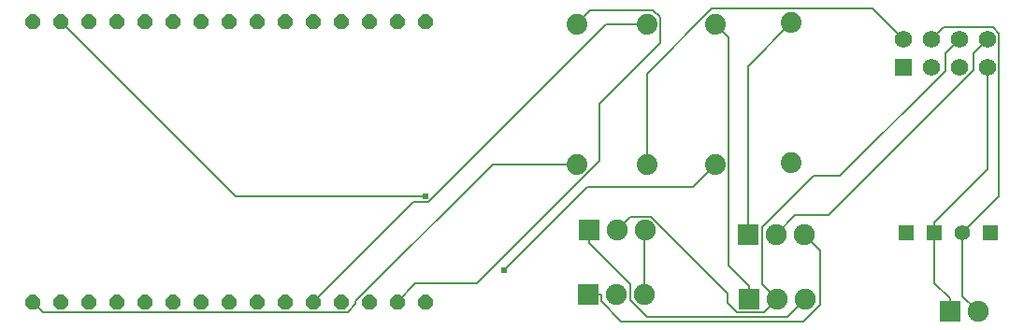
<source format=gbl>
G04 Layer: BottomLayer*
G04 EasyEDA v6.1.41, Thu, 16 May 2019 00:08:59 GMT*
G04 b21515e386d141b59637374f5c53cbe5,dfa15b47affc40b8846523cd8aea0214,10*
G04 Gerber Generator version 0.2*
G04 Scale: 100 percent, Rotated: No, Reflected: No *
G04 Dimensions in millimeters *
G04 leading zeros omitted , absolute positions ,3 integer and 3 decimal *
%FSLAX33Y33*%
%MOMM*%
G90*
G71D02*

%ADD11C,0.159995*%
%ADD12C,0.610006*%
%ADD13R,1.899996X1.899996*%
%ADD14C,1.899996*%
%ADD15R,1.905000X1.905000*%
%ADD16C,1.905000*%
%ADD17R,1.574800X1.574800*%
%ADD18C,1.574800*%
%ADD19C,1.879600*%
%ADD20R,1.399540X1.399540*%
%ADD21C,1.399540*%

%LPD*%
G54D11*
G01X46268Y13744D02*
G01X29039Y13744D01*
G01X13225Y29555D01*
G01X66167Y10648D02*
G01X66040Y10521D01*
G01X66040Y4806D01*
G01X92075Y27920D02*
G01X93167Y29012D01*
G01X97670Y29012D01*
G01X98186Y28494D01*
G01X98186Y13711D01*
G01X94869Y10394D01*
G01X94869Y10394D02*
G01X94869Y4679D01*
G01X96266Y3282D01*
G01X92329Y11336D02*
G01X97155Y16162D01*
G01X97155Y25380D01*
G01X92329Y10394D02*
G01X92329Y11336D01*
G01X93726Y3282D02*
G01X93726Y4473D01*
G01X92329Y10394D02*
G01X92329Y5870D01*
G01X93726Y4473D01*
G01X59944Y29317D02*
G01X61196Y30569D01*
G01X66873Y30569D01*
G01X67477Y29964D01*
G01X67477Y27589D01*
G01X62034Y22149D01*
G01X62034Y16919D01*
G01X50934Y5819D01*
G01X45366Y5819D01*
G01X43705Y4155D01*
G01X66294Y29317D02*
G01X62616Y29317D01*
G01X46494Y13195D01*
G01X45125Y13195D01*
G01X36085Y4155D01*
G01X53370Y7036D02*
G01X60881Y14549D01*
G01X70449Y14549D01*
G01X72517Y16617D01*
G01X59944Y16617D02*
G01X52334Y16617D01*
G01X39954Y4237D01*
G01X39954Y3962D01*
G01X39230Y3238D01*
G01X11605Y3238D01*
G01X10685Y4155D01*
G01X66294Y16617D02*
G01X66294Y24831D01*
G01X72194Y30731D01*
G01X86723Y30731D01*
G01X89535Y27920D01*
G01X79375Y29444D02*
G01X75438Y25507D01*
G01X75438Y10267D01*
G01X97155Y27920D02*
G01X95885Y26650D01*
G01X95885Y25141D01*
G01X82778Y12032D01*
G01X79743Y12032D01*
G01X77978Y10267D01*
G01X60960Y4806D02*
G01X62153Y4806D01*
G01X62153Y4806D02*
G01X62153Y4209D01*
G01X63949Y2413D01*
G01X80439Y2413D01*
G01X81950Y3924D01*
G01X81950Y8834D01*
G01X80518Y10267D01*
G01X94615Y27920D02*
G01X93345Y26650D01*
G01X93345Y25105D01*
G01X83799Y15560D01*
G01X81404Y15560D01*
G01X76761Y10917D01*
G01X76761Y5768D01*
G01X78105Y4425D01*
G01X63627Y10648D02*
G01X64841Y11862D01*
G01X66641Y11862D01*
G01X73601Y4902D01*
G01X73601Y4066D01*
G01X74437Y3228D01*
G01X76911Y3228D01*
G01X78105Y4425D01*
G01X75565Y4425D02*
G01X75565Y5618D01*
G01X72517Y29317D02*
G01X73700Y28133D01*
G01X73700Y7485D01*
G01X75565Y5618D01*
G01X61087Y10648D02*
G01X61087Y9454D01*
G01X61087Y9454D02*
G01X64770Y5768D01*
G01X64770Y4364D01*
G01X66319Y2814D01*
G01X79034Y2814D01*
G01X80645Y4425D01*
G36*
G01X46518Y28899D02*
G01X46903Y29284D01*
G01X46903Y29829D01*
G01X46518Y30214D01*
G01X45973Y30214D01*
G01X45588Y29829D01*
G01X45588Y29284D01*
G01X45973Y28899D01*
G01X46518Y28899D01*
G37*
G36*
G01X43978Y28899D02*
G01X44363Y29284D01*
G01X44363Y29829D01*
G01X43978Y30214D01*
G01X43433Y30214D01*
G01X43048Y29829D01*
G01X43048Y29284D01*
G01X43433Y28899D01*
G01X43978Y28899D01*
G37*
G36*
G01X41438Y28899D02*
G01X41823Y29284D01*
G01X41823Y29829D01*
G01X41438Y30214D01*
G01X40893Y30214D01*
G01X40508Y29829D01*
G01X40508Y29284D01*
G01X40893Y28899D01*
G01X41438Y28899D01*
G37*
G36*
G01X38898Y28899D02*
G01X39283Y29284D01*
G01X39283Y29829D01*
G01X38898Y30214D01*
G01X38353Y30214D01*
G01X37968Y29829D01*
G01X37968Y29284D01*
G01X38353Y28899D01*
G01X38898Y28899D01*
G37*
G36*
G01X36358Y28899D02*
G01X36743Y29284D01*
G01X36743Y29829D01*
G01X36358Y30214D01*
G01X35813Y30214D01*
G01X35428Y29829D01*
G01X35428Y29284D01*
G01X35813Y28899D01*
G01X36358Y28899D01*
G37*
G36*
G01X33818Y28899D02*
G01X34203Y29284D01*
G01X34203Y29829D01*
G01X33818Y30214D01*
G01X33273Y30214D01*
G01X32888Y29829D01*
G01X32888Y29284D01*
G01X33273Y28899D01*
G01X33818Y28899D01*
G37*
G36*
G01X31278Y28899D02*
G01X31663Y29284D01*
G01X31663Y29829D01*
G01X31278Y30214D01*
G01X30733Y30214D01*
G01X30348Y29829D01*
G01X30348Y29284D01*
G01X30733Y28899D01*
G01X31278Y28899D01*
G37*
G36*
G01X28738Y28899D02*
G01X29123Y29284D01*
G01X29123Y29829D01*
G01X28738Y30214D01*
G01X28193Y30214D01*
G01X27808Y29829D01*
G01X27808Y29284D01*
G01X28193Y28899D01*
G01X28738Y28899D01*
G37*
G36*
G01X26198Y28899D02*
G01X26583Y29284D01*
G01X26583Y29829D01*
G01X26198Y30214D01*
G01X25653Y30214D01*
G01X25268Y29829D01*
G01X25268Y29284D01*
G01X25653Y28899D01*
G01X26198Y28899D01*
G37*
G36*
G01X23658Y28899D02*
G01X24043Y29284D01*
G01X24043Y29829D01*
G01X23658Y30214D01*
G01X23113Y30214D01*
G01X22728Y29829D01*
G01X22728Y29284D01*
G01X23113Y28899D01*
G01X23658Y28899D01*
G37*
G36*
G01X21118Y28899D02*
G01X21503Y29284D01*
G01X21503Y29829D01*
G01X21118Y30214D01*
G01X20573Y30214D01*
G01X20188Y29829D01*
G01X20188Y29284D01*
G01X20573Y28899D01*
G01X21118Y28899D01*
G37*
G36*
G01X18578Y28899D02*
G01X18963Y29284D01*
G01X18963Y29829D01*
G01X18578Y30214D01*
G01X18033Y30214D01*
G01X17648Y29829D01*
G01X17648Y29284D01*
G01X18033Y28899D01*
G01X18578Y28899D01*
G37*
G36*
G01X16038Y28899D02*
G01X16423Y29284D01*
G01X16423Y29829D01*
G01X16038Y30214D01*
G01X15493Y30214D01*
G01X15108Y29829D01*
G01X15108Y29284D01*
G01X15493Y28899D01*
G01X16038Y28899D01*
G37*
G36*
G01X13498Y28899D02*
G01X13883Y29284D01*
G01X13883Y29829D01*
G01X13498Y30214D01*
G01X12953Y30214D01*
G01X12568Y29829D01*
G01X12568Y29284D01*
G01X12953Y28899D01*
G01X13498Y28899D01*
G37*
G36*
G01X10958Y28899D02*
G01X11343Y29284D01*
G01X11343Y29829D01*
G01X10958Y30214D01*
G01X10413Y30214D01*
G01X10028Y29829D01*
G01X10028Y29284D01*
G01X10413Y28899D01*
G01X10958Y28899D01*
G37*
G36*
G01X46518Y3499D02*
G01X46903Y3884D01*
G01X46903Y4429D01*
G01X46518Y4814D01*
G01X45973Y4814D01*
G01X45588Y4429D01*
G01X45588Y3884D01*
G01X45973Y3499D01*
G01X46518Y3499D01*
G37*
G36*
G01X43978Y3499D02*
G01X44363Y3884D01*
G01X44363Y4429D01*
G01X43978Y4814D01*
G01X43433Y4814D01*
G01X43048Y4429D01*
G01X43048Y3884D01*
G01X43433Y3499D01*
G01X43978Y3499D01*
G37*
G36*
G01X41438Y3499D02*
G01X41823Y3884D01*
G01X41823Y4429D01*
G01X41438Y4814D01*
G01X40893Y4814D01*
G01X40508Y4429D01*
G01X40508Y3884D01*
G01X40893Y3499D01*
G01X41438Y3499D01*
G37*
G36*
G01X38898Y3499D02*
G01X39283Y3884D01*
G01X39283Y4429D01*
G01X38898Y4814D01*
G01X38353Y4814D01*
G01X37968Y4429D01*
G01X37968Y3884D01*
G01X38353Y3499D01*
G01X38898Y3499D01*
G37*
G36*
G01X36358Y3499D02*
G01X36743Y3884D01*
G01X36743Y4429D01*
G01X36358Y4814D01*
G01X35813Y4814D01*
G01X35428Y4429D01*
G01X35428Y3884D01*
G01X35813Y3499D01*
G01X36358Y3499D01*
G37*
G36*
G01X33818Y3499D02*
G01X34203Y3884D01*
G01X34203Y4429D01*
G01X33818Y4814D01*
G01X33273Y4814D01*
G01X32888Y4429D01*
G01X32888Y3884D01*
G01X33273Y3499D01*
G01X33818Y3499D01*
G37*
G36*
G01X31278Y3499D02*
G01X31663Y3884D01*
G01X31663Y4429D01*
G01X31278Y4814D01*
G01X30733Y4814D01*
G01X30348Y4429D01*
G01X30348Y3884D01*
G01X30733Y3499D01*
G01X31278Y3499D01*
G37*
G36*
G01X28738Y3499D02*
G01X29123Y3884D01*
G01X29123Y4429D01*
G01X28738Y4814D01*
G01X28193Y4814D01*
G01X27808Y4429D01*
G01X27808Y3884D01*
G01X28193Y3499D01*
G01X28738Y3499D01*
G37*
G36*
G01X26198Y3499D02*
G01X26583Y3884D01*
G01X26583Y4429D01*
G01X26198Y4814D01*
G01X25653Y4814D01*
G01X25268Y4429D01*
G01X25268Y3884D01*
G01X25653Y3499D01*
G01X26198Y3499D01*
G37*
G36*
G01X23658Y3499D02*
G01X24043Y3884D01*
G01X24043Y4429D01*
G01X23658Y4814D01*
G01X23113Y4814D01*
G01X22728Y4429D01*
G01X22728Y3884D01*
G01X23113Y3499D01*
G01X23658Y3499D01*
G37*
G36*
G01X21118Y3499D02*
G01X21503Y3884D01*
G01X21503Y4429D01*
G01X21118Y4814D01*
G01X20573Y4814D01*
G01X20188Y4429D01*
G01X20188Y3884D01*
G01X20573Y3499D01*
G01X21118Y3499D01*
G37*
G36*
G01X18578Y3499D02*
G01X18963Y3884D01*
G01X18963Y4429D01*
G01X18578Y4814D01*
G01X18033Y4814D01*
G01X17648Y4429D01*
G01X17648Y3884D01*
G01X18033Y3499D01*
G01X18578Y3499D01*
G37*
G36*
G01X16038Y3499D02*
G01X16423Y3884D01*
G01X16423Y4429D01*
G01X16038Y4814D01*
G01X15493Y4814D01*
G01X15108Y4429D01*
G01X15108Y3884D01*
G01X15493Y3499D01*
G01X16038Y3499D01*
G37*
G36*
G01X13498Y3499D02*
G01X13883Y3884D01*
G01X13883Y4429D01*
G01X13498Y4814D01*
G01X12953Y4814D01*
G01X12568Y4429D01*
G01X12568Y3884D01*
G01X12953Y3499D01*
G01X13498Y3499D01*
G37*
G36*
G01X10958Y3499D02*
G01X11343Y3884D01*
G01X11343Y4429D01*
G01X10958Y4814D01*
G01X10413Y4814D01*
G01X10028Y4429D01*
G01X10028Y3884D01*
G01X10413Y3499D01*
G01X10958Y3499D01*
G37*
G54D13*
G01X93726Y3282D03*
G54D14*
G01X96266Y3282D03*
G54D15*
G01X75438Y10267D03*
G54D16*
G01X77978Y10267D03*
G01X80518Y10267D03*
G54D15*
G01X60960Y4806D03*
G54D16*
G01X63500Y4806D03*
G01X66040Y4806D03*
G54D17*
G01X89535Y25380D03*
G54D18*
G01X89535Y27920D03*
G01X92075Y25380D03*
G01X92075Y27920D03*
G01X94615Y25380D03*
G01X94615Y27920D03*
G01X97155Y25380D03*
G01X97155Y27920D03*
G54D15*
G01X75565Y4425D03*
G54D16*
G01X78105Y4425D03*
G01X80645Y4425D03*
G54D15*
G01X61087Y10648D03*
G54D16*
G01X63627Y10648D03*
G01X66167Y10648D03*
G54D19*
G01X59944Y16617D03*
G01X59944Y29317D03*
G01X72517Y16617D03*
G01X72517Y29317D03*
G01X66294Y16617D03*
G01X66294Y29317D03*
G01X79375Y16744D03*
G01X79375Y29444D03*
G54D20*
G01X89789Y10394D03*
G01X92329Y10394D03*
G54D21*
G01X94869Y10394D03*
G54D20*
G01X97409Y10394D03*
G54D12*
G01X46268Y13744D03*
G01X53370Y7036D03*
M00*
M02*

</source>
